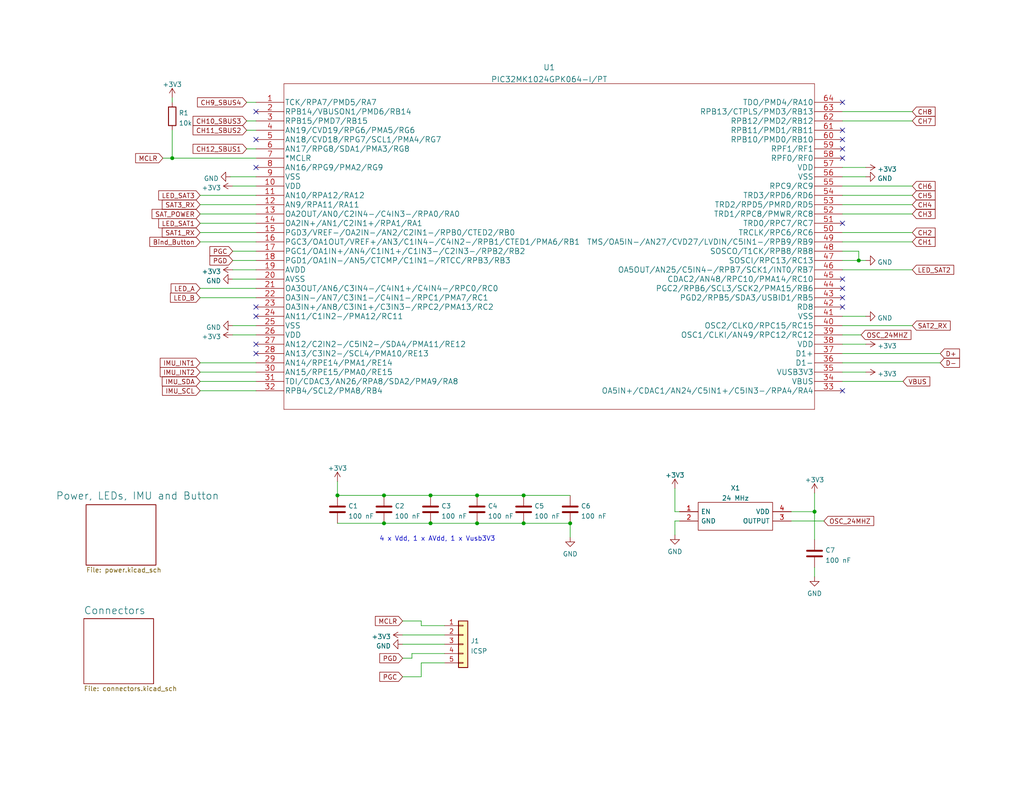
<source format=kicad_sch>
(kicad_sch (version 20250114) (generator "eeschema") (generator_version "9.0")
  (paper "USLetter")
  (title_block (title "RX12G") (date "2022-04-25") (rev "1.0") (company "Quantum Embedded Systems"))
  (lib_symbols
    (symbol "Connector_Generic:Conn_01x05" (pin_names (offset 1.016) (hide yes))
      (property "Reference" "J" (at 0 7.62 0))
      (property "Value" "Conn_01x05" (at 0 -7.62 0))
      (symbol "Conn_01x05_1_1"
        (rectangle (start -1.27 6.35) (end 1.27 -6.35) (stroke (width 0.254)) (fill (type background)))
        (rectangle (start -1.27 5.207) (end 0 4.953) (stroke (width 0.1524)))
        (rectangle (start -1.27 2.667) (end 0 2.413) (stroke (width 0.1524)))
        (rectangle (start -1.27 0.127) (end 0 -0.127) (stroke (width 0.1524)))
        (rectangle (start -1.27 -2.413) (end 0 -2.667) (stroke (width 0.1524)))
        (rectangle (start -1.27 -4.953) (end 0 -5.207) (stroke (width 0.1524)))
        (pin passive line (at -5.08 5.08 0) (length 3.81) (name "Pin_1") (number "1"))
        (pin passive line (at -5.08 2.54 0) (length 3.81) (name "Pin_2") (number "2"))
        (pin passive line (at -5.08 0 0) (length 3.81) (name "Pin_3") (number "3"))
        (pin passive line (at -5.08 -2.54 0) (length 3.81) (name "Pin_4") (number "4"))
        (pin passive line (at -5.08 -5.08 0) (length 3.81) (name "Pin_5") (number "5"))
      )
    )
    (symbol "Device:C" (pin_numbers (hide yes)) (pin_names (offset 0.254))
      (property "Reference" "C" (at 0.635 2.54 0))
      (property "Value" "C" (at 0.635 -2.54 0))
      (symbol "C_0_1"
        (polyline (pts (xy -2.032 0.762) (xy 2.032 0.762)) (stroke (width 0.508)))
        (polyline (pts (xy -2.032 -0.762) (xy 2.032 -0.762)) (stroke (width 0.508)))
      )
      (symbol "C_1_1"
        (pin passive line (at 0 3.81 270) (length 2.794) (name "~") (number "1"))
        (pin passive line (at 0 -3.81 90) (length 2.794) (name "~") (number "2"))
      )
    )
    (symbol "Device:R" (pin_numbers (hide yes)) (pin_names (offset 0))
      (property "Reference" "R" (at 2.032 0 90))
      (property "Value" "R" (at 0 0 90))
      (symbol "R_0_1"
        (rectangle (start -1.016 -2.54) (end 1.016 2.54) (stroke (width 0.254)))
      )
      (symbol "R_1_1"
        (pin passive line (at 0 3.81 270) (length 1.27) (name "~") (number "1"))
        (pin passive line (at 0 -3.81 90) (length 1.27) (name "~") (number "2"))
      )
    )
    (symbol "PIC32MK:PIC32MK1024GPK064-I/PT" (pin_names (offset 0.254))
      (property "Reference" "U" (at 80.01 -10.16 0))
      (property "Value" "PIC32MK1024GPK064-I{slash}PT" (at 80.01 -12.7 0))
      (symbol "PIC32MK1024GPK064-I/PT_1_1"
        (polyline (pts (xy 7.62 5.08) (xy 7.62 -83.82)) (stroke (width 0.127)))
        (polyline (pts (xy 7.62 -83.82) (xy 152.4 -83.82)) (stroke (width 0.127)))
        (polyline (pts (xy 152.4 5.08) (xy 7.62 5.08)) (stroke (width 0.127)))
        (polyline (pts (xy 152.4 -83.82) (xy 152.4 5.08)) (stroke (width 0.127)))
        (pin bidirectional line (at 0 0 0) (length 7.62) (name "TCK/RPA7/PMD5/RA7") (number "1"))
        (pin bidirectional line (at 0 -2.54 0) (length 7.62) (name "RPB14/VBUSON1/PMD6/RB14") (number "2"))
        (pin bidirectional line (at 0 -5.08 0) (length 7.62) (name "RPB15/PMD7/RB15") (number "3"))
        (pin bidirectional line (at 0 -7.62 0) (length 7.62) (name "AN19/CVD19/RPG6/PMA5/RG6") (number "4"))
        (pin bidirectional line (at 0 -10.16 0) (length 7.62) (name "AN18/CVD18/RPG7/SCL1/PMA4/RG7") (number "5"))
        (pin bidirectional line (at 0 -12.7 0) (length 7.62) (name "AN17/RPG8/SDA1/PMA3/RG8") (number "6"))
        (pin input line (at 0 -15.24 0) (length 7.62) (name "*MCLR") (number "7"))
        (pin bidirectional line (at 0 -17.78 0) (length 7.62) (name "AN16/RPG9/PMA2/RG9") (number "8"))
        (pin power_in line (at 0 -20.32 0) (length 7.62) (name "VSS") (number "9"))
        (pin power_in line (at 0 -22.86 0) (length 7.62) (name "VDD") (number "10"))
        (pin bidirectional line (at 0 -25.4 0) (length 7.62) (name "AN10/RPA12/RA12") (number "11"))
        (pin bidirectional line (at 0 -27.94 0) (length 7.62) (name "AN9/RPA11/RA11") (number "12"))
        (pin bidirectional line (at 0 -30.48 0) (length 7.62) (name "OA2OUT/AN0/C2IN4-/C4IN3-/RPA0/RA0") (number "13"))
        (pin bidirectional line (at 0 -33.02 0) (length 7.62) (name "OA2IN+/AN1/C2IN1+/RPA1/RA1") (number "14"))
        (pin bidirectional line (at 0 -35.56 0) (length 7.62) (name "PGD3/VREF-/OA2IN-/AN2/C2IN1-/RPB0/CTED2/RB0") (number "15"))
        (pin bidirectional line (at 0 -38.1 0) (length 7.62) (name "PGC3/OA1OUT/VREF+/AN3/C1IN4-/C4IN2-/RPB1/CTED1/PMA6/RB1") (number "16"))
        (pin bidirectional line (at 0 -40.64 0) (length 7.62) (name "PGC1/OA1IN+/AN4/C1IN1+/C1IN3-/C2IN3-/RPB2/RB2") (number "17"))
        (pin bidirectional line (at 0 -43.18 0) (length 7.62) (name "PGD1/OA1IN-/AN5/CTCMP/C1IN1-/RTCC/RPB3/RB3") (number "18"))
        (pin power_in line (at 0 -45.72 0) (length 7.62) (name "AVDD") (number "19"))
        (pin power_in line (at 0 -48.26 0) (length 7.62) (name "AVSS") (number "20"))
        (pin bidirectional line (at 0 -50.8 0) (length 7.62) (name "OA3OUT/AN6/C3IN4-/C4IN1+/C4IN4-/RPC0/RC0") (number "21"))
        (pin bidirectional line (at 0 -53.34 0) (length 7.62) (name "OA3IN-/AN7/C3IN1-/C4IN1-/RPC1/PMA7/RC1") (number "22"))
        (pin bidirectional line (at 0 -55.88 0) (length 7.62) (name "OA3IN+/AN8/C3IN1+/C3IN3-/RPC2/PMA13/RC2") (number "23"))
        (pin bidirectional line (at 0 -58.42 0) (length 7.62) (name "AN11/C1IN2-/PMA12/RC11") (number "24"))
        (pin power_in line (at 0 -60.96 0) (length 7.62) (name "VSS") (number "25"))
        (pin power_in line (at 0 -63.5 0) (length 7.62) (name "VDD") (number "26"))
        (pin bidirectional line (at 0 -66.04 0) (length 7.62) (name "AN12/C2IN2-/C5IN2-/SDA4/PMA11/RE12") (number "27"))
        (pin bidirectional line (at 0 -68.58 0) (length 7.62) (name "AN13/C3IN2-/SCL4/PMA10/RE13") (number "28"))
        (pin bidirectional line (at 0 -71.12 0) (length 7.62) (name "AN14/RPE14/PMA1/RE14") (number "29"))
        (pin bidirectional line (at 0 -73.66 0) (length 7.62) (name "AN15/RPE15/PMA0/RE15") (number "30"))
        (pin bidirectional line (at 0 -76.2 0) (length 7.62) (name "TDI/CDAC3/AN26/RPA8/SDA2/PMA9/RA8") (number "31"))
        (pin bidirectional line (at 0 -78.74 0) (length 7.62) (name "RPB4/SCL2/PMA8/RB4") (number "32"))
        (pin bidirectional line (at 160.02 0 180) (length 7.62) (name "TDO/PMD4/RA10") (number "64"))
        (pin bidirectional line (at 160.02 -2.54 180) (length 7.62) (name "RPB13/CTPLS/PMD3/RB13") (number "63"))
        (pin bidirectional line (at 160.02 -5.08 180) (length 7.62) (name "RPB12/PMD2/RB12") (number "62"))
        (pin bidirectional line (at 160.02 -7.62 180) (length 7.62) (name "RPB11/PMD1/RB11") (number "61"))
        (pin bidirectional line (at 160.02 -10.16 180) (length 7.62) (name "RPB10/PMD0/RB10") (number "60"))
        (pin bidirectional line (at 160.02 -12.7 180) (length 7.62) (name "RPF1/RF1") (number "59"))
        (pin bidirectional line (at 160.02 -15.24 180) (length 7.62) (name "RPF0/RF0") (number "58"))
        (pin power_in line (at 160.02 -17.78 180) (length 7.62) (name "VDD") (number "57"))
        (pin power_in line (at 160.02 -20.32 180) (length 7.62) (name "VSS") (number "56"))
        (pin bidirectional line (at 160.02 -22.86 180) (length 7.62) (name "RPC9/RC9") (number "55"))
        (pin bidirectional line (at 160.02 -25.4 180) (length 7.62) (name "TRD3/RPD6/RD6") (number "54"))
        (pin bidirectional line (at 160.02 -27.94 180) (length 7.62) (name "TRD2/RPD5/PMRD/RD5") (number "53"))
        (pin bidirectional line (at 160.02 -30.48 180) (length 7.62) (name "TRD1/RPC8/PMWR/RC8") (number "52"))
        (pin bidirectional line (at 160.02 -33.02 180) (length 7.62) (name "TRD0/RPC7/RC7") (number "51"))
        (pin bidirectional line (at 160.02 -35.56 180) (length 7.62) (name "TRCLK/RPC6/RC6") (number "50"))
        (pin bidirectional line (at 160.02 -38.1 180) (length 7.62) (name "TMS/OA5IN-/AN27/CVD27/LVDIN/C5IN1-/RPB9/RB9") (number "49"))
        (pin bidirectional line (at 160.02 -40.64 180) (length 7.62) (name "SOSCO/T1CK/RPB8/RB8") (number "48"))
        (pin bidirectional line (at 160.02 -43.18 180) (length 7.62) (name "SOSCI/RPC13/RC13") (number "47"))
        (pin bidirectional line (at 160.02 -45.72 180) (length 7.62) (name "OA5OUT/AN25/C5IN4-/RPB7/SCK1/INT0/RB7") (number "46"))
        (pin bidirectional line (at 160.02 -48.26 180) (length 7.62) (name "CDAC2/AN48/RPC10/PMA14/RC10") (number "45"))
        (pin bidirectional line (at 160.02 -50.8 180) (length 7.62) (name "PGC2/RPB6/SCL3/SCK2/PMA15/RB6") (number "44"))
        (pin bidirectional line (at 160.02 -53.34 180) (length 7.62) (name "PGD2/RPB5/SDA3/USBID1/RB5") (number "43"))
        (pin bidirectional line (at 160.02 -55.88 180) (length 7.62) (name "RD8") (number "42"))
        (pin power_in line (at 160.02 -58.42 180) (length 7.62) (name "VSS") (number "41"))
        (pin bidirectional line (at 160.02 -60.96 180) (length 7.62) (name "OSC2/CLKO/RPC15/RC15") (number "40"))
        (pin bidirectional line (at 160.02 -63.5 180) (length 7.62) (name "OSC1/CLKI/AN49/RPC12/RC12") (number "39"))
        (pin power_in line (at 160.02 -66.04 180) (length 7.62) (name "VDD") (number "38"))
        (pin bidirectional line (at 160.02 -68.58 180) (length 7.62) (name "D1+") (number "37"))
        (pin bidirectional line (at 160.02 -71.12 180) (length 7.62) (name "D1-") (number "36"))
        (pin power_in line (at 160.02 -73.66 180) (length 7.62) (name "VUSB3V3") (number "35"))
        (pin power_in line (at 160.02 -76.2 180) (length 7.62) (name "VBUS") (number "34"))
        (pin bidirectional line (at 160.02 -78.74 180) (length 7.62) (name "OA5IN+/CDAC1/AN24/C5IN1+/C5IN3-/RPA4/RA4") (number "33"))
      )
    )
    (symbol "SamacSys_Parts:AMPMAFB-12.0000T" (pin_names (offset 0.762))
      (property "Reference" "Y" (at 26.67 7.62 0))
      (property "Value" "AMPMAFB-12.0000T" (at 26.67 5.08 0))
      (symbol "AMPMAFB-12.0000T_0_0"
        (pin passive line (at 0 0 0) (length 5.08) (name "EN") (number "1"))
        (pin passive line (at 0 -2.54 0) (length 5.08) (name "GND") (number "2"))
        (pin passive line (at 30.48 0 180) (length 5.08) (name "VDD") (number "4"))
        (pin passive line (at 30.48 -2.54 180) (length 5.08) (name "OUTPUT") (number "3"))
      )
      (symbol "AMPMAFB-12.0000T_0_1"
        (polyline (pts (xy 5.08 2.54) (xy 25.4 2.54) (xy 25.4 -5.08) (xy 5.08 -5.08) (xy 5.08 2.54)) (stroke (width 0.1524)))
      )
    )
    (symbol "power:+3V3" (power) (pin_names (offset 0))
      (property "Value" "+3V3" (at 0 3.556 0))
      (symbol "+3V3_0_1"
        (polyline (pts (xy -0.762 1.27) (xy 0 2.54)))
        (polyline (pts (xy 0 2.54) (xy 0.762 1.27)))
        (polyline (pts (xy 0 0) (xy 0 2.54)))
      )
      (symbol "+3V3_1_1"
        (pin power_in line (at 0 0 90) (length 0) (hide yes) (name "+3V3") (number "1"))
      )
    )
    (symbol "power:GND" (power) (pin_names (offset 0))
      (property "Value" "GND" (at 0 -3.81 0))
      (symbol "GND_0_1"
        (polyline (pts (xy 0 0) (xy 0 -1.27) (xy 1.27 -1.27) (xy 0 -2.54) (xy -1.27 -1.27) (xy 0 -1.27)))
      )
      (symbol "GND_1_1"
        (pin power_in line (at 0 0 270) (length 0) (hide yes) (name "GND") (number "1"))
      )
    )
  )
  (text "4 x Vdd, 1 x AVdd, 1 x Vusb3V3" (at 103.505 147.955 0) (effects (font (size 1.27 1.27)) (justify left bottom)))
  (junction (at 117.475 142.875))
  (junction (at 92.075 135.255))
  (junction (at 104.775 135.255))
  (junction (at 130.175 135.255))
  (junction (at 130.175 142.875))
  (junction (at 104.775 142.875))
  (junction (at 142.875 135.255))
  (junction (at 142.875 142.875))
  (junction (at 234.315 71.12))
  (junction (at 46.99 43.18))
  (junction (at 222.25 139.7))
  (junction (at 155.575 142.875))
  (junction (at 117.475 135.255))
  (no_connect (at 69.85 83.82))
  (no_connect (at 69.85 86.36))
  (no_connect (at 69.85 96.52))
  (no_connect (at 69.85 93.98))
  (no_connect (at 69.85 45.72))
  (no_connect (at 229.87 106.68))
  (no_connect (at 69.85 30.48))
  (no_connect (at 69.85 38.1))
  (no_connect (at 229.87 27.94))
  (no_connect (at 229.87 40.64))
  (no_connect (at 229.87 38.1))
  (no_connect (at 229.87 35.56))
  (no_connect (at 229.87 78.74))
  (no_connect (at 229.87 43.18))
  (no_connect (at 229.87 76.2))
  (no_connect (at 229.87 60.96))
  (no_connect (at 229.87 81.28))
  (no_connect (at 229.87 83.82))
  (wire (pts (xy 114.935 170.815) (xy 121.285 170.815)))
  (wire (pts (xy 109.855 169.545) (xy 114.935 169.545)))
  (wire (pts (xy 234.315 68.58) (xy 234.315 71.12)))
  (wire (pts (xy 229.87 91.44) (xy 234.95 91.44)))
  (wire (pts (xy 63.5 88.9) (xy 69.85 88.9)))
  (wire (pts (xy 54.61 58.42) (xy 69.85 58.42)))
  (wire (pts (xy 229.87 104.14) (xy 246.38 104.14)))
  (wire (pts (xy 117.475 135.255) (xy 130.175 135.255)))
  (wire (pts (xy 229.87 88.9) (xy 248.92 88.9)))
  (wire (pts (xy 142.875 135.255) (xy 155.575 135.255)))
  (wire (pts (xy 63.5 68.58) (xy 69.85 68.58)))
  (wire (pts (xy 63.5 71.12) (xy 69.85 71.12)))
  (wire (pts (xy 54.61 104.14) (xy 69.85 104.14)))
  (wire (pts (xy 104.775 135.255) (xy 117.475 135.255)))
  (wire (pts (xy 229.87 101.6) (xy 236.22 101.6)))
  (wire (pts (xy 63.5 50.8) (xy 69.85 50.8)))
  (wire (pts (xy 155.575 142.875) (xy 155.575 146.685)))
  (wire (pts (xy 46.99 43.18) (xy 69.85 43.18)))
  (wire (pts (xy 109.855 179.705) (xy 112.395 179.705)))
  (wire (pts (xy 229.87 66.04) (xy 248.92 66.04)))
  (wire (pts (xy 229.87 96.52) (xy 256.54 96.52)))
  (wire (pts (xy 104.775 142.875) (xy 117.475 142.875)))
  (wire (pts (xy 142.875 142.875) (xy 155.575 142.875)))
  (wire (pts (xy 112.395 178.435) (xy 121.285 178.435)))
  (wire (pts (xy 229.87 45.72) (xy 236.22 45.72)))
  (wire (pts (xy 222.25 139.7) (xy 222.25 147.32)))
  (wire (pts (xy 54.61 81.28) (xy 69.85 81.28)))
  (wire (pts (xy 46.99 35.56) (xy 46.99 43.18)))
  (wire (pts (xy 44.45 43.18) (xy 46.99 43.18)))
  (wire (pts (xy 184.15 142.24) (xy 185.42 142.24)))
  (wire (pts (xy 63.5 91.44) (xy 69.85 91.44)))
  (wire (pts (xy 184.15 139.7) (xy 185.42 139.7)))
  (wire (pts (xy 63.5 76.2) (xy 69.85 76.2)))
  (wire (pts (xy 229.87 55.88) (xy 248.92 55.88)))
  (wire (pts (xy 54.61 66.04) (xy 69.85 66.04)))
  (wire (pts (xy 229.87 53.34) (xy 248.92 53.34)))
  (wire (pts (xy 229.87 50.8) (xy 248.92 50.8)))
  (wire (pts (xy 184.15 133.35) (xy 184.15 139.7)))
  (wire (pts (xy 215.9 139.7) (xy 222.25 139.7)))
  (wire (pts (xy 54.61 55.88) (xy 69.85 55.88)))
  (wire (pts (xy 92.075 142.875) (xy 104.775 142.875)))
  (wire (pts (xy 112.395 179.705) (xy 112.395 178.435)))
  (wire (pts (xy 229.87 93.98) (xy 236.22 93.98)))
  (wire (pts (xy 54.61 78.74) (xy 69.85 78.74)))
  (wire (pts (xy 54.61 99.06) (xy 69.85 99.06)))
  (wire (pts (xy 54.61 53.34) (xy 69.85 53.34)))
  (wire (pts (xy 109.855 184.785) (xy 114.935 184.785)))
  (wire (pts (xy 54.61 63.5) (xy 69.85 63.5)))
  (wire (pts (xy 229.87 58.42) (xy 248.92 58.42)))
  (wire (pts (xy 114.935 184.785) (xy 114.935 180.975)))
  (wire (pts (xy 229.87 71.12) (xy 234.315 71.12)))
  (wire (pts (xy 222.25 154.94) (xy 222.25 157.48)))
  (wire (pts (xy 229.87 86.36) (xy 236.22 86.36)))
  (wire (pts (xy 229.87 68.58) (xy 234.315 68.58)))
  (wire (pts (xy 46.99 26.67) (xy 46.99 27.94)))
  (wire (pts (xy 229.87 63.5) (xy 248.92 63.5)))
  (wire (pts (xy 92.075 131.445) (xy 92.075 135.255)))
  (wire (pts (xy 229.87 33.02) (xy 248.92 33.02)))
  (wire (pts (xy 67.31 40.64) (xy 69.85 40.64)))
  (wire (pts (xy 67.31 27.94) (xy 69.85 27.94)))
  (wire (pts (xy 54.61 101.6) (xy 69.85 101.6)))
  (wire (pts (xy 229.87 73.66) (xy 248.92 73.66)))
  (wire (pts (xy 130.175 142.875) (xy 142.875 142.875)))
  (wire (pts (xy 67.31 35.56) (xy 69.85 35.56)))
  (wire (pts (xy 215.9 142.24) (xy 224.79 142.24)))
  (wire (pts (xy 130.175 135.255) (xy 142.875 135.255)))
  (wire (pts (xy 229.87 99.06) (xy 256.54 99.06)))
  (wire (pts (xy 222.25 139.7) (xy 222.25 134.62)))
  (wire (pts (xy 62.865 48.26) (xy 69.85 48.26)))
  (wire (pts (xy 54.61 60.96) (xy 69.85 60.96)))
  (wire (pts (xy 114.935 180.975) (xy 121.285 180.975)))
  (wire (pts (xy 109.855 175.895) (xy 121.285 175.895)))
  (wire (pts (xy 54.61 106.68) (xy 69.85 106.68)))
  (wire (pts (xy 92.075 135.255) (xy 104.775 135.255)))
  (wire (pts (xy 184.15 146.05) (xy 184.15 142.24)))
  (wire (pts (xy 67.31 33.02) (xy 69.85 33.02)))
  (wire (pts (xy 117.475 142.875) (xy 130.175 142.875)))
  (wire (pts (xy 229.87 30.48) (xy 248.92 30.48)))
  (wire (pts (xy 229.87 48.26) (xy 236.22 48.26)))
  (wire (pts (xy 63.5 73.66) (xy 69.85 73.66)))
  (wire (pts (xy 114.935 169.545) (xy 114.935 170.815)))
  (wire (pts (xy 109.855 173.355) (xy 121.285 173.355)))
  (wire (pts (xy 234.315 71.12) (xy 236.22 71.12)))
  (global_label "CH9_SBUS4" (shape input) (at 67.31 27.94 180) (property "Intersheetrefs" "${INTERSHEET_REFS}" (effects (hide yes))))
  (global_label "PGD" (shape input) (at 63.5 71.12 180) (property "Intersheetrefs" "${INTERSHEET_REFS}" (effects (hide yes))))
  (global_label "SAT2_RX" (shape input) (at 248.92 88.9 0) (property "Intersheetrefs" "${INTERSHEET_REFS}" (effects (hide yes))))
  (global_label "CH7" (shape input) (at 248.92 33.02 0) (property "Intersheetrefs" "${INTERSHEET_REFS}" (effects (hide yes))))
  (global_label "MCLR" (shape input) (at 44.45 43.18 180) (property "Intersheetrefs" "${INTERSHEET_REFS}" (effects (hide yes))))
  (global_label "CH5" (shape input) (at 248.92 53.34 0) (property "Intersheetrefs" "${INTERSHEET_REFS}" (effects (hide yes))))
  (global_label "SAT1_RX" (shape input) (at 54.61 63.5 180) (property "Intersheetrefs" "${INTERSHEET_REFS}" (effects (hide yes))))
  (global_label "SAT3_RX" (shape input) (at 54.61 55.88 180) (property "Intersheetrefs" "${INTERSHEET_REFS}" (effects (hide yes))))
  (global_label "IMU_INT1" (shape input) (at 54.61 99.06 180) (property "Intersheetrefs" "${INTERSHEET_REFS}" (effects (hide yes))))
  (global_label "LED_A" (shape input) (at 54.61 78.74 180) (property "Intersheetrefs" "${INTERSHEET_REFS}" (effects (hide yes))))
  (global_label "IMU_SCL" (shape input) (at 54.61 106.68 180) (property "Intersheetrefs" "${INTERSHEET_REFS}" (effects (hide yes))))
  (global_label "IMU_INT2" (shape input) (at 54.61 101.6 180) (property "Intersheetrefs" "${INTERSHEET_REFS}" (effects (hide yes))))
  (global_label "CH10_SBUS3" (shape input) (at 67.31 33.02 180) (property "Intersheetrefs" "${INTERSHEET_REFS}" (effects (hide yes))))
  (global_label "Bind_Button" (shape input) (at 54.61 66.04 180) (property "Intersheetrefs" "${INTERSHEET_REFS}" (effects (hide yes))))
  (global_label "SAT_POWER" (shape input) (at 54.61 58.42 180) (property "Intersheetrefs" "${INTERSHEET_REFS}" (effects (hide yes))))
  (global_label "LED_SAT3" (shape input) (at 54.61 53.34 180) (property "Intersheetrefs" "${INTERSHEET_REFS}" (effects (hide yes))))
  (global_label "D+" (shape input) (at 256.54 96.52 0) (property "Intersheetrefs" "${INTERSHEET_REFS}" (effects (hide yes))))
  (global_label "PGC" (shape input) (at 109.855 184.785 180) (property "Intersheetrefs" "${INTERSHEET_REFS}" (effects (hide yes))))
  (global_label "LED_SAT1" (shape input) (at 54.61 60.96 180) (property "Intersheetrefs" "${INTERSHEET_REFS}" (effects (hide yes))))
  (global_label "CH11_SBUS2" (shape input) (at 67.31 35.56 180) (property "Intersheetrefs" "${INTERSHEET_REFS}" (effects (hide yes))))
  (global_label "LED_B" (shape input) (at 54.61 81.28 180) (property "Intersheetrefs" "${INTERSHEET_REFS}" (effects (hide yes))))
  (global_label "LED_SAT2" (shape input) (at 248.92 73.66 0) (property "Intersheetrefs" "${INTERSHEET_REFS}" (effects (hide yes))))
  (global_label "OSC_24MHZ" (shape input) (at 234.95 91.44 0) (property "Intersheetrefs" "${INTERSHEET_REFS}" (effects (hide yes))))
  (global_label "PGD" (shape input) (at 109.855 179.705 180) (property "Intersheetrefs" "${INTERSHEET_REFS}" (effects (hide yes))))
  (global_label "IMU_SDA" (shape input) (at 54.61 104.14 180) (property "Intersheetrefs" "${INTERSHEET_REFS}" (effects (hide yes))))
  (global_label "CH12_SBUS1" (shape input) (at 67.31 40.64 180) (property "Intersheetrefs" "${INTERSHEET_REFS}" (effects (hide yes))))
  (global_label "CH4" (shape input) (at 248.92 55.88 0) (property "Intersheetrefs" "${INTERSHEET_REFS}" (effects (hide yes))))
  (global_label "VBUS" (shape input) (at 246.38 104.14 0) (property "Intersheetrefs" "${INTERSHEET_REFS}" (effects (hide yes))))
  (global_label "CH3" (shape input) (at 248.92 58.42 0) (property "Intersheetrefs" "${INTERSHEET_REFS}" (effects (hide yes))))
  (global_label "D-" (shape input) (at 256.54 99.06 0) (property "Intersheetrefs" "${INTERSHEET_REFS}" (effects (hide yes))))
  (global_label "PGC" (shape input) (at 63.5 68.58 180) (property "Intersheetrefs" "${INTERSHEET_REFS}" (effects (hide yes))))
  (global_label "CH2" (shape input) (at 248.92 63.5 0) (property "Intersheetrefs" "${INTERSHEET_REFS}" (effects (hide yes))))
  (global_label "CH6" (shape input) (at 248.92 50.8 0) (property "Intersheetrefs" "${INTERSHEET_REFS}" (effects (hide yes))))
  (global_label "OSC_24MHZ" (shape input) (at 224.79 142.24 0) (property "Intersheetrefs" "${INTERSHEET_REFS}" (effects (hide yes))))
  (global_label "CH8" (shape input) (at 248.92 30.48 0) (property "Intersheetrefs" "${INTERSHEET_REFS}" (effects (hide yes))))
  (global_label "MCLR" (shape input) (at 109.855 169.545 180) (property "Intersheetrefs" "${INTERSHEET_REFS}" (effects (hide yes))))
  (global_label "CH1" (shape input) (at 248.92 66.04 0) (property "Intersheetrefs" "${INTERSHEET_REFS}" (effects (hide yes))))
  (symbol (lib_id "power:+3V3") (at 236.22 45.72 270) (unit 1)
    (property "Reference" "#PWR0109" (effects (hide yes)))
    (property "Value" "+3V3" (at 239.395 46.199 90) (effects (justify left)))
  )
  (symbol (lib_id "Device:C") (at 130.175 139.065 0) (unit 1)
    (property "Reference" "C4" (at 133.096 138.1565 0) (effects (justify left)))
    (property "Value" "100 nF" (at 133.096 140.9316 0) (effects (justify left)))
    (property "Footprint" "Capacitor_SMD:C_0402_1005Metric" (effects (hide yes)))
  )
  (symbol (lib_id "power:GND") (at 222.25 157.48 0) (unit 1)
    (property "Reference" "#PWR0112" (effects (hide yes)))
    (property "Value" "GND" (at 222.25 162.0425 0))
  )
  (symbol (lib_id "power:+3V3") (at 236.22 93.98 270) (unit 1)
    (property "Reference" "#PWR0104" (effects (hide yes)))
    (property "Value" "+3V3" (at 239.395 94.459 90) (effects (justify left)))
  )
  (symbol (lib_id "Device:R") (at 46.99 31.75 0) (unit 1)
    (property "Reference" "R1" (at 48.768 30.8415 0) (effects (justify left)))
    (property "Value" "10k" (at 48.768 33.6166 0) (effects (justify left)))
    (property "Footprint" "Resistor_SMD:R_0603_1608Metric" (effects (hide yes)))
  )
  (symbol (lib_id "power:GND") (at 236.22 48.26 90) (unit 1)
    (property "Reference" "#PWR0110" (effects (hide yes)))
    (property "Value" "GND" (at 239.395 48.739 90) (effects (justify right)))
  )
  (symbol (lib_id "Device:C") (at 117.475 139.065 0) (unit 1)
    (property "Reference" "C3" (at 120.396 138.1565 0) (effects (justify left)))
    (property "Value" "100 nF" (at 120.396 140.9316 0) (effects (justify left)))
    (property "Footprint" "Capacitor_SMD:C_0402_1005Metric" (effects (hide yes)))
  )
  (symbol (lib_id "power:+3V3") (at 46.99 26.67 0) (unit 1)
    (property "Reference" "#PWR0119" (effects (hide yes)))
    (property "Value" "+3V3" (at 46.99 23.0655 0))
  )
  (symbol (lib_id "power:+3V3") (at 236.22 101.6 270) (unit 1)
    (property "Reference" "#PWR0111" (effects (hide yes)))
    (property "Value" "+3V3" (at 239.395 102.079 90) (effects (justify left)))
  )
  (symbol (lib_id "Device:C") (at 92.075 139.065 0) (unit 1)
    (property "Reference" "C1" (at 94.996 138.1565 0) (effects (justify left)))
    (property "Value" "100 nF" (at 94.996 140.9316 0) (effects (justify left)))
    (property "Footprint" "Capacitor_SMD:C_0402_1005Metric" (effects (hide yes)))
  )
  (symbol (lib_id "power:GND") (at 63.5 76.2 270) (unit 1)
    (property "Reference" "#PWR0118" (effects (hide yes)))
    (property "Value" "GND" (at 60.3251 76.679 90) (effects (justify right)))
  )
  (symbol (lib_id "power:GND") (at 62.865 48.26 270) (unit 1)
    (property "Reference" "#PWR0114" (effects (hide yes)))
    (property "Value" "GND" (at 59.6901 48.739 90) (effects (justify right)))
  )
  (symbol (lib_id "power:+3V3") (at 92.075 131.445 0) (unit 1)
    (property "Reference" "#PWR0115" (effects (hide yes)))
    (property "Value" "+3V3" (at 92.075 127.8405 0))
  )
  (symbol (lib_id "Device:C") (at 222.25 151.13 0) (unit 1)
    (property "Reference" "C7" (at 225.171 150.2215 0) (effects (justify left)))
    (property "Value" "100 nF" (at 225.171 152.9966 0) (effects (justify left)))
    (property "Footprint" "Capacitor_SMD:C_0402_1005Metric" (effects (hide yes)))
  )
  (symbol (lib_id "power:GND") (at 155.575 146.685 0) (unit 1)
    (property "Reference" "#PWR0103" (effects (hide yes)))
    (property "Value" "GND" (at 155.575 151.2475 0))
  )
  (symbol (lib_id "power:GND") (at 184.15 146.05 0) (unit 1)
    (property "Reference" "#PWR0105" (effects (hide yes)))
    (property "Value" "GND" (at 184.15 150.6125 0))
  )
  (symbol (lib_id "power:GND") (at 236.22 71.12 90) (unit 1)
    (property "Reference" "#PWR0134" (effects (hide yes)))
    (property "Value" "GND" (at 239.395 71.599 90) (effects (justify right)))
  )
  (symbol (lib_id "power:GND") (at 109.855 175.895 270) (unit 1)
    (property "Reference" "#PWR0101" (effects (hide yes)))
    (property "Value" "GND" (at 106.6801 176.374 90) (effects (justify right)))
  )
  (symbol (lib_id "power:+3V3") (at 184.15 133.35 0) (unit 1)
    (property "Reference" "#PWR0106" (effects (hide yes)))
    (property "Value" "+3V3" (at 184.15 129.7455 0))
  )
  (symbol (lib_id "Connector_Generic:Conn_01x05") (at 126.365 175.895 0) (unit 1)
    (property "Reference" "J1" (at 128.397 174.9865 0) (effects (justify left)))
    (property "Value" "ICSP" (at 128.397 177.7616 0) (effects (justify left)))
    (property "Footprint" "Connector_PinHeader_2.54mm:PinHeader_1x05_P2.54mm_Vertical" (effects (hide yes)))
  )
  (symbol (lib_id "power:+3V3") (at 63.5 50.8 90) (unit 1)
    (property "Reference" "#PWR0113" (effects (hide yes)))
    (property "Value" "+3V3" (at 60.325 51.279 90) (effects (justify left)))
  )
  (symbol (lib_id "power:GND") (at 236.22 86.36 90) (unit 1)
    (property "Reference" "#PWR0108" (effects (hide yes)))
    (property "Value" "GND" (at 239.395 86.839 90) (effects (justify right)))
  )
  (symbol (lib_id "Device:C") (at 142.875 139.065 0) (unit 1)
    (property "Reference" "C5" (at 145.796 138.1565 0) (effects (justify left)))
    (property "Value" "100 nF" (at 145.796 140.9316 0) (effects (justify left)))
    (property "Footprint" "Capacitor_SMD:C_0402_1005Metric" (effects (hide yes)))
  )
  (symbol (lib_id "power:+3V3") (at 109.855 173.355 90) (unit 1)
    (property "Reference" "#PWR0102" (effects (hide yes)))
    (property "Value" "+3V3" (at 106.68 173.834 90) (effects (justify left)))
  )
  (symbol (lib_id "Device:C") (at 104.775 139.065 0) (unit 1)
    (property "Reference" "C2" (at 107.696 138.1565 0) (effects (justify left)))
    (property "Value" "100 nF" (at 107.696 140.9316 0) (effects (justify left)))
    (property "Footprint" "Capacitor_SMD:C_0402_1005Metric" (effects (hide yes)))
  )
  (symbol (lib_id "power:GND") (at 63.5 88.9 270) (unit 1)
    (property "Reference" "#PWR0117" (effects (hide yes)))
    (property "Value" "GND" (at 60.3251 89.379 90) (effects (justify right)))
  )
  (symbol (lib_id "power:+3V3") (at 63.5 91.44 90) (unit 1)
    (property "Reference" "#PWR0116" (effects (hide yes)))
    (property "Value" "+3V3" (at 60.325 91.919 90) (effects (justify left)))
  )
  (symbol (lib_id "Device:C") (at 155.575 139.065 0) (unit 1)
    (property "Reference" "C6" (at 158.496 138.1565 0) (effects (justify left)))
    (property "Value" "100 nF" (at 158.496 140.9316 0) (effects (justify left)))
    (property "Footprint" "Capacitor_SMD:C_0402_1005Metric" (effects (hide yes)))
  )
  (symbol (lib_id "PIC32MK:PIC32MK1024GPK064-I/PT") (at 69.85 27.94 0) (unit 1)
    (property "Reference" "U1" (at 149.86 18.3926 0) (effects (font (size 1.524 1.524))))
    (property "Value" "PIC32MK1024GPK064-I/PT" (at 149.86 21.6716 0) (effects (font (size 1.524 1.524))))
    (property "Footprint" "PIC32MK:PIC32MK1024GPK064-I&slash_PT" (effects (hide yes)))
  )
  (symbol (lib_id "SamacSys_Parts:AMPMAFB-12.0000T") (at 185.42 139.7 0) (unit 1)
    (property "Reference" "X1" (at 200.66 133.2443 0))
    (property "Value" "24 MHz" (at 200.66 136.0194 0))
    (property "Footprint" "SamacSys Parts:ASTMUPCE3312000MHZLJET" (effects (hide yes)))
    (property "Datasheet" "https://datasheet.datasheetarchive.com/originals/dk/DKDS41/DSANUWW0031017.pdf" (effects (hide yes)))
    (property "Description" "Standard Clock Oscillators MEMS OSC XO 12.0000MHZ SMD" (effects (hide yes)))
    (property "Height" "0.89" (effects (hide yes)))
    (property "Mouser Part Number" "815-AMPMAFB-12.0000T" (effects (hide yes)))
    (property "Mouser Price/Stock" "https://www.mouser.co.uk/ProductDetail/ABRACON/AMPMAFB-120000T?qs=%252BEew9%252B0nqrB9Y5kN3McktA%3D%3D" (effects (hide yes)))
    (property "Manufacturer_Name" "ABRACON" (effects (hide yes)))
    (property "Manufacturer_Part_Number" "AMPMAFB-12.0000T" (effects (hide yes)))
  )
  (symbol (lib_id "power:+3V3") (at 63.5 73.66 90) (unit 1)
    (property "Reference" "#PWR0120" (effects (hide yes)))
    (property "Value" "+3V3" (at 60.325 74.139 90) (effects (justify left)))
  )
  (symbol (lib_id "power:+3V3") (at 222.25 134.62 0) (unit 1)
    (property "Reference" "#PWR0107" (effects (hide yes)))
    (property "Value" "+3V3" (at 222.25 131.0155 0))
  )
  (sheet (at 23.495 137.795) (size 19.05 16.51) (stroke (width 0.1524))
    (property "Sheetname" "Power, LEDs, IMU and Button" (at 15.24 136.525 0) (effects (font (size 2 2)) (justify left bottom)))
    (property "Sheetfile" "power.kicad_sch" (at 23.495 154.8896 0) (effects (justify left top)))
  )
  (sheet (at 22.86 168.91) (size 19.05 17.78) (stroke (width 0.1524))
    (property "Sheetname" "Connectors" (at 22.86 167.8334 0) (effects (font (size 2 2)) (justify left bottom)))
    (property "Sheetfile" "connectors.kicad_sch" (at 22.86 187.2746 0) (effects (justify left top)))
  )
)
</source>
